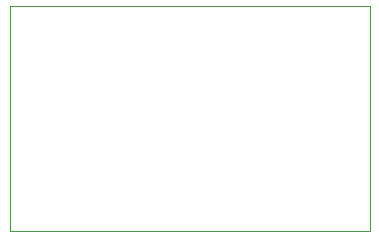
<source format=gbr>
%TF.GenerationSoftware,KiCad,Pcbnew,6.0.4*%
%TF.CreationDate,2022-03-30T22:58:47+02:00*%
%TF.ProjectId,cederom-ap3012-test,63656465-726f-46d2-9d61-70333031322d,2022-03-30*%
%TF.SameCoordinates,Original*%
%TF.FileFunction,Profile,NP*%
%FSLAX46Y46*%
G04 Gerber Fmt 4.6, Leading zero omitted, Abs format (unit mm)*
G04 Created by KiCad (PCBNEW 6.0.4) date 2022-03-30 22:58:47*
%MOMM*%
%LPD*%
G01*
G04 APERTURE LIST*
%TA.AperFunction,Profile*%
%ADD10C,0.100000*%
%TD*%
G04 APERTURE END LIST*
D10*
X104140000Y-48260000D02*
X73660000Y-48260000D01*
X104140000Y-67310000D02*
X104140000Y-48260000D01*
X73660000Y-67310000D02*
X104140000Y-67310000D01*
X73660000Y-48260000D02*
X73660000Y-67310000D01*
M02*

</source>
